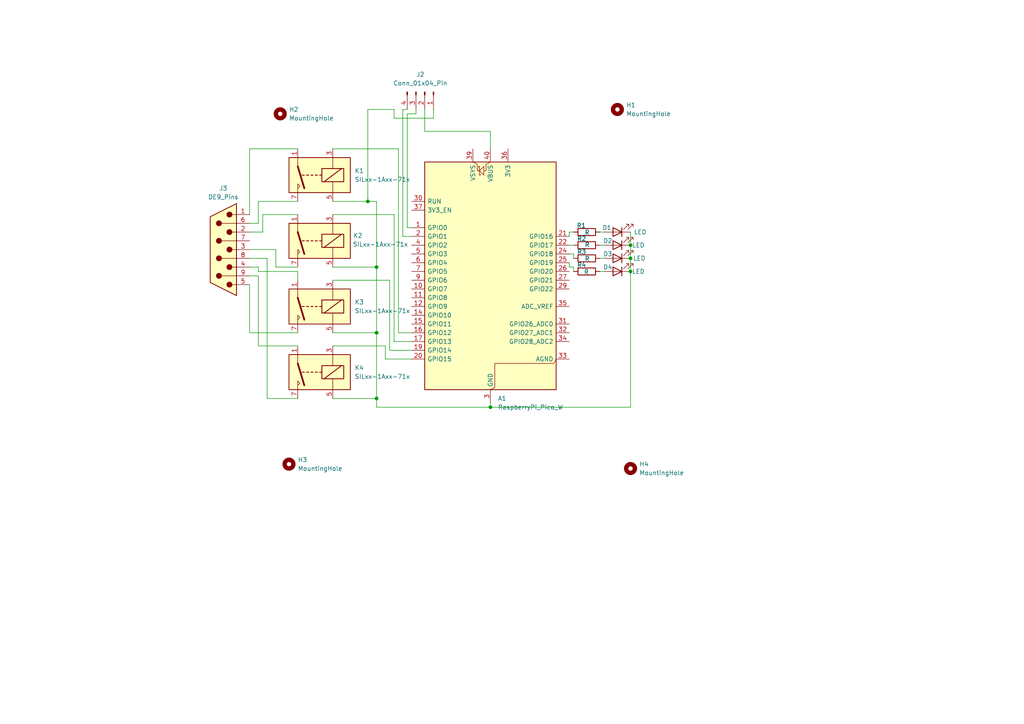
<source format=kicad_sch>
(kicad_sch (version 20250114) (generator "eeschema") (generator_version "9.0")
  (paper "A4")
  (lib_symbols
    (symbol "Connector:Conn_01x04_Pin" (pin_names (offset 1.016) (hide yes))
      (property "Reference" "J" (at 0 5.08 0))
      (property "Value" "Conn_01x04_Pin" (at 0 -7.62 0))
      (symbol "Conn_01x04_Pin_1_1"
        (rectangle (start 0.8636 2.667) (end 0 2.413) (stroke (width 0.1524)) (fill (type outline)))
        (rectangle (start 0.8636 0.127) (end 0 -0.127) (stroke (width 0.1524)) (fill (type outline)))
        (rectangle (start 0.8636 -2.413) (end 0 -2.667) (stroke (width 0.1524)) (fill (type outline)))
        (rectangle (start 0.8636 -4.953) (end 0 -5.207) (stroke (width 0.1524)) (fill (type outline)))
        (polyline (pts (xy 1.27 2.54) (xy 0.8636 2.54)) (stroke (width 0.1524)))
        (polyline (pts (xy 1.27 0) (xy 0.8636 0)) (stroke (width 0.1524)))
        (polyline (pts (xy 1.27 -2.54) (xy 0.8636 -2.54)) (stroke (width 0.1524)))
        (polyline (pts (xy 1.27 -5.08) (xy 0.8636 -5.08)) (stroke (width 0.1524)))
        (pin passive line (at 5.08 2.54 180) (length 3.81) (name "Pin_1") (number "1"))
        (pin passive line (at 5.08 0 180) (length 3.81) (name "Pin_2") (number "2"))
        (pin passive line (at 5.08 -2.54 180) (length 3.81) (name "Pin_3") (number "3"))
        (pin passive line (at 5.08 -5.08 180) (length 3.81) (name "Pin_4") (number "4"))
      )
    )
    (symbol "Connector:DE9_Pins" (pin_names (offset 1.016) (hide yes))
      (property "Reference" "J" (at 0 13.97 0))
      (property "Value" "DE9_Pins" (at 0 -14.605 0))
      (symbol "DE9_Pins_0_1"
        (polyline (pts (xy -3.81 10.16) (xy -2.54 10.16)))
        (polyline (pts (xy -3.81 7.62) (xy 0.508 7.62)))
        (polyline (pts (xy -3.81 5.08) (xy -2.54 5.08)))
        (polyline (pts (xy -3.81 2.54) (xy 0.508 2.54)))
        (polyline (pts (xy -3.81 0) (xy -2.54 0)))
        (polyline (pts (xy -3.81 -2.54) (xy 0.508 -2.54)))
        (polyline (pts (xy -3.81 -5.08) (xy -2.54 -5.08)))
        (polyline (pts (xy -3.81 -7.62) (xy 0.508 -7.62)))
        (polyline (pts (xy -3.81 -10.16) (xy -2.54 -10.16)))
        (polyline (pts (xy -3.81 -13.335) (xy -3.81 13.335) (xy 3.81 9.525) (xy 3.81 -9.525) (xy -3.81 -13.335)) (stroke (width 0.254)) (fill (type background)))
        (circle (center -1.778 10.16) (radius 0.762) (fill (type outline)))
        (circle (center -1.778 5.08) (radius 0.762) (fill (type outline)))
        (circle (center -1.778 0) (radius 0.762) (fill (type outline)))
        (circle (center -1.778 -5.08) (radius 0.762) (fill (type outline)))
        (circle (center -1.778 -10.16) (radius 0.762) (fill (type outline)))
        (circle (center 1.27 7.62) (radius 0.762) (fill (type outline)))
        (circle (center 1.27 2.54) (radius 0.762) (fill (type outline)))
        (circle (center 1.27 -2.54) (radius 0.762) (fill (type outline)))
        (circle (center 1.27 -7.62) (radius 0.762) (fill (type outline)))
      )
      (symbol "DE9_Pins_1_1"
        (pin passive line (at -7.62 10.16 0) (length 3.81) (name "5") (number "5"))
        (pin passive line (at -7.62 7.62 0) (length 3.81) (name "9") (number "9"))
        (pin passive line (at -7.62 5.08 0) (length 3.81) (name "4") (number "4"))
        (pin passive line (at -7.62 2.54 0) (length 3.81) (name "8") (number "8"))
        (pin passive line (at -7.62 0 0) (length 3.81) (name "3") (number "3"))
        (pin passive line (at -7.62 -2.54 0) (length 3.81) (name "7") (number "7"))
        (pin passive line (at -7.62 -5.08 0) (length 3.81) (name "2") (number "2"))
        (pin passive line (at -7.62 -7.62 0) (length 3.81) (name "6") (number "6"))
        (pin passive line (at -7.62 -10.16 0) (length 3.81) (name "1") (number "1"))
      )
    )
    (symbol "Device:LED" (pin_numbers (hide yes)) (pin_names (offset 1.016) (hide yes))
      (property "Reference" "D" (at 0 2.54 0))
      (property "Value" "LED" (at 0 -2.54 0))
      (symbol "LED_0_1"
        (polyline (pts (xy -3.048 -0.762) (xy -4.572 -2.286) (xy -3.81 -2.286) (xy -4.572 -2.286) (xy -4.572 -1.524)))
        (polyline (pts (xy -1.778 -0.762) (xy -3.302 -2.286) (xy -2.54 -2.286) (xy -3.302 -2.286) (xy -3.302 -1.524)))
        (polyline (pts (xy -1.27 0) (xy 1.27 0)))
        (polyline (pts (xy -1.27 -1.27) (xy -1.27 1.27)) (stroke (width 0.254)))
        (polyline (pts (xy 1.27 -1.27) (xy 1.27 1.27) (xy -1.27 0) (xy 1.27 -1.27)) (stroke (width 0.254)))
      )
      (symbol "LED_1_1"
        (pin passive line (at -3.81 0 0) (length 2.54) (name "K") (number "1"))
        (pin passive line (at 3.81 0 180) (length 2.54) (name "A") (number "2"))
      )
    )
    (symbol "Device:R" (pin_numbers (hide yes)) (pin_names (offset 0))
      (property "Reference" "R" (at 2.032 0 90))
      (property "Value" "R" (at 0 0 90))
      (symbol "R_0_1"
        (rectangle (start -1.016 -2.54) (end 1.016 2.54) (stroke (width 0.254)))
      )
      (symbol "R_1_1"
        (pin passive line (at 0 3.81 270) (length 1.27) (name "~") (number "1"))
        (pin passive line (at 0 -3.81 90) (length 1.27) (name "~") (number "2"))
      )
    )
    (symbol "MCU_Module:RaspberryPi_Pico_W" (pin_names (offset 0.762))
      (property "Reference" "A" (at -19.05 35.56 0))
      (property "Value" "RaspberryPi_Pico_W" (at 7.62 35.56 0))
      (symbol "RaspberryPi_Pico_W_0_1"
        (rectangle (start -19.05 34.29) (end 19.05 -31.75) (stroke (width 0.254)) (fill (type background)))
        (polyline (pts (xy -5.08 34.29) (xy -3.81 33.655) (xy -3.81 31.75) (xy -3.175 31.75)))
        (polyline (pts (xy -3.429 32.766) (xy -3.429 33.02) (xy -3.175 33.02) (xy -3.175 30.48) (xy -2.921 30.48) (xy -2.921 30.734)))
        (polyline (pts (xy -3.175 31.75) (xy -1.905 33.02) (xy -1.905 30.48) (xy -3.175 31.75)))
        (polyline (pts (xy 0 34.29) (xy -1.27 33.655) (xy -1.27 31.75) (xy -1.905 31.75)))
        (polyline (pts (xy 0 -31.75) (xy 1.27 -31.115) (xy 1.27 -24.13) (xy 18.415 -24.13) (xy 19.05 -22.86)))
      )
      (symbol "RaspberryPi_Pico_W_1_1"
        (pin passive line (at -22.86 22.86 0) (length 3.81) (name "RUN") (number "30"))
        (pin passive line (at -22.86 20.32 0) (length 3.81) (name "3V3_EN") (number "37"))
        (pin bidirectional line (at -22.86 15.24 0) (length 3.81) (name "GPIO0") (number "1"))
        (pin bidirectional line (at -22.86 12.7 0) (length 3.81) (name "GPIO1") (number "2"))
        (pin bidirectional line (at -22.86 10.16 0) (length 3.81) (name "GPIO2") (number "4"))
        (pin bidirectional line (at -22.86 7.62 0) (length 3.81) (name "GPIO3") (number "5"))
        (pin bidirectional line (at -22.86 5.08 0) (length 3.81) (name "GPIO4") (number "6"))
        (pin bidirectional line (at -22.86 2.54 0) (length 3.81) (name "GPIO5") (number "7"))
        (pin bidirectional line (at -22.86 0 0) (length 3.81) (name "GPIO6") (number "9"))
        (pin bidirectional line (at -22.86 -2.54 0) (length 3.81) (name "GPIO7") (number "10"))
        (pin bidirectional line (at -22.86 -5.08 0) (length 3.81) (name "GPIO8") (number "11"))
        (pin bidirectional line (at -22.86 -7.62 0) (length 3.81) (name "GPIO9") (number "12"))
        (pin bidirectional line (at -22.86 -10.16 0) (length 3.81) (name "GPIO10") (number "14"))
        (pin bidirectional line (at -22.86 -12.7 0) (length 3.81) (name "GPIO11") (number "15"))
        (pin bidirectional line (at -22.86 -15.24 0) (length 3.81) (name "GPIO12") (number "16"))
        (pin bidirectional line (at -22.86 -17.78 0) (length 3.81) (name "GPIO13") (number "17"))
        (pin bidirectional line (at -22.86 -20.32 0) (length 3.81) (name "GPIO14") (number "19"))
        (pin bidirectional line (at -22.86 -22.86 0) (length 3.81) (name "GPIO15") (number "20"))
        (pin power_in line (at -5.08 38.1 270) (length 3.81) (name "VSYS") (number "39"))
        (pin power_out line (at 0 38.1 270) (length 3.81) (name "VBUS") (number "40"))
        (pin passive line (at 0 -35.56 90) (length 3.81) (hide yes) (name "GND") (number "13"))
        (pin passive line (at 0 -35.56 90) (length 3.81) (hide yes) (name "GND") (number "18"))
        (pin passive line (at 0 -35.56 90) (length 3.81) (hide yes) (name "GND") (number "23"))
        (pin passive line (at 0 -35.56 90) (length 3.81) (hide yes) (name "GND") (number "28"))
        (pin power_out line (at 0 -35.56 90) (length 3.81) (name "GND") (number "3"))
        (pin passive line (at 0 -35.56 90) (length 3.81) (hide yes) (name "GND") (number "38"))
        (pin passive line (at 0 -35.56 90) (length 3.81) (hide yes) (name "GND") (number "8"))
        (pin power_out line (at 5.08 38.1 270) (length 3.81) (name "3V3") (number "36"))
        (pin bidirectional line (at 22.86 12.7 180) (length 3.81) (name "GPIO16") (number "21"))
        (pin bidirectional line (at 22.86 10.16 180) (length 3.81) (name "GPIO17") (number "22"))
        (pin bidirectional line (at 22.86 7.62 180) (length 3.81) (name "GPIO18") (number "24"))
        (pin bidirectional line (at 22.86 5.08 180) (length 3.81) (name "GPIO19") (number "25"))
        (pin bidirectional line (at 22.86 2.54 180) (length 3.81) (name "GPIO20") (number "26"))
        (pin bidirectional line (at 22.86 0 180) (length 3.81) (name "GPIO21") (number "27"))
        (pin bidirectional line (at 22.86 -2.54 180) (length 3.81) (name "GPIO22") (number "29"))
        (pin power_in line (at 22.86 -7.62 180) (length 3.81) (name "ADC_VREF") (number "35"))
        (pin bidirectional line (at 22.86 -12.7 180) (length 3.81) (name "GPIO26_ADC0") (number "31"))
        (pin bidirectional line (at 22.86 -15.24 180) (length 3.81) (name "GPIO27_ADC1") (number "32"))
        (pin bidirectional line (at 22.86 -17.78 180) (length 3.81) (name "GPIO28_ADC2") (number "34"))
        (pin power_out line (at 22.86 -22.86 180) (length 3.81) (name "AGND") (number "33"))
      )
    )
    (symbol "Mechanical:MountingHole" (pin_names (offset 1.016)) (in_bom no)
      (property "Reference" "H" (at 0 5.08 0))
      (property "Value" "MountingHole" (at 0 3.175 0))
      (symbol "MountingHole_0_1"
        (circle (center 0 0) (radius 1.27) (stroke (width 1.27)))
      )
    )
    (symbol "Relay:SILxx-1Axx-71x"
      (property "Reference" "K" (at 8.89 3.81 0))
      (property "Value" "SILxx-1Axx-71x" (at 8.89 1.27 0))
      (symbol "SILxx-1Axx-71x_0_0"
        (polyline (pts (xy 5.08 5.08) (xy 5.08 2.54) (xy 4.445 3.175) (xy 5.08 3.81)))
      )
      (symbol "SILxx-1Axx-71x_0_1"
        (rectangle (start -10.16 5.08) (end 7.62 -5.08) (stroke (width 0.254)) (fill (type background)))
        (rectangle (start -8.255 1.905) (end -1.905 -1.905) (stroke (width 0.254)))
        (polyline (pts (xy -7.62 -1.905) (xy -2.54 1.905)) (stroke (width 0.254)))
        (polyline (pts (xy -5.08 5.08) (xy -5.08 1.905)))
        (polyline (pts (xy -5.08 -5.08) (xy -5.08 -1.905)))
        (polyline (pts (xy -1.905 0) (xy -1.27 0)) (stroke (width 0.254)))
        (polyline (pts (xy -0.635 0) (xy 0 0)) (stroke (width 0.254)))
        (polyline (pts (xy 0.635 0) (xy 1.27 0)) (stroke (width 0.254)))
        (polyline (pts (xy 1.905 0) (xy 2.54 0)) (stroke (width 0.254)))
        (polyline (pts (xy 3.175 0) (xy 3.81 0)) (stroke (width 0.254)))
        (polyline (pts (xy 5.08 -2.54) (xy 3.175 3.81)) (stroke (width 0.508)))
        (polyline (pts (xy 5.08 -2.54) (xy 5.08 -5.08)))
      )
      (symbol "SILxx-1Axx-71x_1_1"
        (pin passive line (at -5.08 7.62 270) (length 2.54) (name "~") (number "5"))
        (pin passive line (at -5.08 -7.62 90) (length 2.54) (name "~") (number "3"))
        (pin passive line (at 5.08 7.62 270) (length 2.54) (name "~") (number "7"))
        (pin passive line (at 5.08 -7.62 90) (length 2.54) (name "~") (number "1"))
      )
    )
  )
  (junction (at 106.68 58.42))
  (junction (at 109.22 96.52))
  (junction (at 182.88 71.12))
  (junction (at 109.22 77.47))
  (junction (at 182.88 74.93))
  (junction (at 182.88 78.74))
  (junction (at 109.22 115.57))
  (junction (at 142.24 118.11))
  (wire (pts (xy 109.22 77.47) (xy 109.22 96.52)))
  (wire (pts (xy 77.47 115.57) (xy 77.47 74.93)))
  (wire (pts (xy 109.22 118.11) (xy 142.24 118.11)))
  (wire (pts (xy 120.65 33.02) (xy 120.65 31.75)))
  (wire (pts (xy 166.37 74.93) (xy 166.37 73.66)))
  (wire (pts (xy 86.36 58.42) (xy 74.93 58.42)))
  (wire (pts (xy 74.93 78.74) (xy 74.93 77.47)))
  (wire (pts (xy 106.68 58.42) (xy 109.22 58.42)))
  (wire (pts (xy 96.52 100.33) (xy 111.76 100.33)))
  (wire (pts (xy 118.11 33.02) (xy 120.65 33.02)))
  (wire (pts (xy 80.01 77.47) (xy 80.01 72.39)))
  (wire (pts (xy 106.68 31.75) (xy 106.68 58.42)))
  (wire (pts (xy 96.52 115.57) (xy 109.22 115.57)))
  (wire (pts (xy 115.57 96.52) (xy 119.38 96.52)))
  (wire (pts (xy 86.36 43.18) (xy 72.39 43.18)))
  (wire (pts (xy 165.1 67.31) (xy 165.1 68.58)))
  (wire (pts (xy 118.11 66.04) (xy 118.11 33.02)))
  (wire (pts (xy 86.36 96.52) (xy 72.39 96.52)))
  (wire (pts (xy 77.47 74.93) (xy 72.39 74.93)))
  (wire (pts (xy 86.36 77.47) (xy 80.01 77.47)))
  (wire (pts (xy 165.1 67.31) (xy 166.37 67.31)))
  (wire (pts (xy 113.03 81.28) (xy 113.03 101.6)))
  (wire (pts (xy 111.76 100.33) (xy 111.76 104.14)))
  (wire (pts (xy 116.84 31.75) (xy 118.11 31.75)))
  (wire (pts (xy 123.19 31.75) (xy 123.19 38.1)))
  (wire (pts (xy 74.93 64.77) (xy 72.39 64.77)))
  (wire (pts (xy 116.84 68.58) (xy 116.84 31.75)))
  (wire (pts (xy 76.2 62.23) (xy 76.2 67.31)))
  (wire (pts (xy 74.93 80.01) (xy 72.39 80.01)))
  (wire (pts (xy 182.88 67.31) (xy 182.88 71.12)))
  (wire (pts (xy 182.88 74.93) (xy 182.88 78.74)))
  (wire (pts (xy 114.3 31.75) (xy 114.3 34.29)))
  (wire (pts (xy 166.37 71.12) (xy 165.1 71.12)))
  (wire (pts (xy 142.24 118.11) (xy 142.24 116.84)))
  (wire (pts (xy 80.01 72.39) (xy 72.39 72.39)))
  (wire (pts (xy 173.99 74.93) (xy 175.26 74.93)))
  (wire (pts (xy 123.19 38.1) (xy 142.24 38.1)))
  (wire (pts (xy 109.22 58.42) (xy 109.22 77.47)))
  (wire (pts (xy 182.88 118.11) (xy 142.24 118.11)))
  (wire (pts (xy 86.36 81.28) (xy 86.36 78.74)))
  (wire (pts (xy 182.88 71.12) (xy 182.88 74.93)))
  (wire (pts (xy 106.68 31.75) (xy 114.3 31.75)))
  (wire (pts (xy 173.99 71.12) (xy 175.26 71.12)))
  (wire (pts (xy 109.22 115.57) (xy 109.22 118.11)))
  (wire (pts (xy 96.52 43.18) (xy 115.57 43.18)))
  (wire (pts (xy 182.88 78.74) (xy 182.88 118.11)))
  (wire (pts (xy 113.03 101.6) (xy 119.38 101.6)))
  (wire (pts (xy 165.1 73.66) (xy 166.37 73.66)))
  (wire (pts (xy 166.37 77.47) (xy 165.1 77.47)))
  (wire (pts (xy 119.38 66.04) (xy 118.11 66.04)))
  (wire (pts (xy 72.39 96.52) (xy 72.39 82.55)))
  (wire (pts (xy 74.93 100.33) (xy 74.93 80.01)))
  (wire (pts (xy 96.52 96.52) (xy 109.22 96.52)))
  (wire (pts (xy 86.36 115.57) (xy 77.47 115.57)))
  (wire (pts (xy 74.93 58.42) (xy 74.93 64.77)))
  (wire (pts (xy 96.52 58.42) (xy 106.68 58.42)))
  (wire (pts (xy 86.36 78.74) (xy 74.93 78.74)))
  (wire (pts (xy 96.52 77.47) (xy 109.22 77.47)))
  (wire (pts (xy 173.99 78.74) (xy 175.26 78.74)))
  (wire (pts (xy 72.39 43.18) (xy 72.39 62.23)))
  (wire (pts (xy 165.1 77.47) (xy 165.1 76.2)))
  (wire (pts (xy 96.52 62.23) (xy 114.3 62.23)))
  (wire (pts (xy 74.93 77.47) (xy 72.39 77.47)))
  (wire (pts (xy 96.52 81.28) (xy 113.03 81.28)))
  (wire (pts (xy 72.39 67.31) (xy 76.2 67.31)))
  (wire (pts (xy 109.22 96.52) (xy 109.22 115.57)))
  (wire (pts (xy 111.76 104.14) (xy 119.38 104.14)))
  (wire (pts (xy 114.3 34.29) (xy 125.73 34.29)))
  (wire (pts (xy 86.36 100.33) (xy 74.93 100.33)))
  (wire (pts (xy 173.99 67.31) (xy 175.26 67.31)))
  (wire (pts (xy 116.84 68.58) (xy 119.38 68.58)))
  (wire (pts (xy 125.73 34.29) (xy 125.73 31.75)))
  (wire (pts (xy 114.3 62.23) (xy 114.3 99.06)))
  (wire (pts (xy 86.36 62.23) (xy 76.2 62.23)))
  (wire (pts (xy 115.57 43.18) (xy 115.57 96.52)))
  (wire (pts (xy 166.37 78.74) (xy 166.37 77.47)))
  (wire (pts (xy 114.3 99.06) (xy 119.38 99.06)))
  (wire (pts (xy 142.24 38.1) (xy 142.24 43.18)))
  (symbol (lib_id "Device:R") (at 170.18 74.93 90) (unit 1)
    (property "Reference" "R3" (at 170.053 73.025 90) (effects (justify left)))
    (property "Value" "R" (at 171.069 75.057 90) (effects (justify left)))
    (property "Footprint" "Resistor_THT:R_Axial_DIN0207_L6.3mm_D2.5mm_P7.62mm_Horizontal" (effects (hide yes)))
    (property "Description" "Resistor" (effects (hide yes)))
  )
  (symbol (lib_id "Device:LED") (at 179.07 78.74 180) (unit 1)
    (property "Reference" "D4" (at 176.276 77.47 0))
    (property "Value" "LED" (at 185.166 78.74 0))
    (property "Footprint" "LED_THT:LED_D5.0mm_Clear" (effects (hide yes)))
    (property "Description" "Light emitting diode" (effects (hide yes)))
    (property "Sim.Pins" "1=K 2=A" (effects (hide yes)))
  )
  (symbol (lib_id "Relay:SILxx-1Axx-71x") (at 91.44 107.95 180) (unit 1)
    (property "Reference" "K4" (at 102.87 106.6799 0) (effects (justify right)))
    (property "Value" "SILxx-1Axx-71x" (at 102.87 109.2199 0) (effects (justify right)))
    (property "Footprint" "Relay_THT:Relay_SPST_StandexMeder_SIL_Form1A" (effects (hide yes)))
    (property "Datasheet" "https://standexelectronics.com/wp-content/uploads/datasheet_reed_relay_SIL.pdf" (effects (hide yes)))
    (property "Description" "Standex Meder SIL reed relay, SPST, Closing Contact" (effects (hide yes)))
  )
  (symbol (lib_id "Device:LED") (at 179.07 71.12 180) (unit 1)
    (property "Reference" "D2" (at 176.276 69.85 0))
    (property "Value" "LED" (at 185.166 71.12 0))
    (property "Footprint" "LED_THT:LED_D5.0mm_Clear" (effects (hide yes)))
    (property "Description" "Light emitting diode" (effects (hide yes)))
    (property "Sim.Pins" "1=K 2=A" (effects (hide yes)))
  )
  (symbol (lib_id "MCU_Module:RaspberryPi_Pico_W") (at 142.24 81.28 0) (unit 1)
    (property "Reference" "A1" (at 144.3833 115.57 0) (effects (justify left)))
    (property "Value" "RaspberryPi_Pico_W" (at 144.3833 118.11 0) (effects (justify left)))
    (property "Footprint" "Module:RaspberryPi_Pico_Common_THT" (effects (hide yes)))
    (property "Datasheet" "https://datasheets.raspberrypi.com/picow/pico-w-datasheet.pdf" (effects (hide yes)))
    (property "Description" "Versatile and inexpensive wireless microcontroller module powered by RP2040 dual-core Arm Cortex-M0+ processor up to 133 MHz, 264kB SRAM, 2MB QSPI flash, Infineon CYW43439 2.4GHz 802.11n wireless LAN; also supports Raspberry Pi Pico 2 W" (effects (hide yes)))
  )
  (symbol (lib_id "Mechanical:MountingHole") (at 179.07 31.75 0) (unit 1) (in_bom no)
    (property "Reference" "H1" (at 181.61 30.4799 0) (effects (justify left)))
    (property "Value" "MountingHole" (at 181.61 33.0199 0) (effects (justify left)))
    (property "Footprint" "MountingHole:MountingHole_3.2mm_M3" (effects (hide yes)))
    (property "Description" "Mounting Hole without connection" (effects (hide yes)))
  )
  (symbol (lib_id "Mechanical:MountingHole") (at 83.82 134.62 0) (unit 1) (in_bom no)
    (property "Reference" "H3" (at 86.36 133.3499 0) (effects (justify left)))
    (property "Value" "MountingHole" (at 86.36 135.8899 0) (effects (justify left)))
    (property "Footprint" "MountingHole:MountingHole_3.2mm_M3" (effects (hide yes)))
    (property "Description" "Mounting Hole without connection" (effects (hide yes)))
  )
  (symbol (lib_id "Mechanical:MountingHole") (at 81.28 33.02 0) (unit 1) (in_bom no)
    (property "Reference" "H2" (at 83.82 31.7499 0) (effects (justify left)))
    (property "Value" "MountingHole" (at 83.82 34.2899 0) (effects (justify left)))
    (property "Footprint" "MountingHole:MountingHole_3.2mm_M3" (effects (hide yes)))
    (property "Description" "Mounting Hole without connection" (effects (hide yes)))
  )
  (symbol (lib_id "Relay:SILxx-1Axx-71x") (at 91.44 88.9 180) (unit 1)
    (property "Reference" "K3" (at 102.87 87.6299 0) (effects (justify right)))
    (property "Value" "SILxx-1Axx-71x" (at 102.87 90.1699 0) (effects (justify right)))
    (property "Footprint" "Relay_THT:Relay_SPST_StandexMeder_SIL_Form1A" (effects (hide yes)))
    (property "Datasheet" "https://standexelectronics.com/wp-content/uploads/datasheet_reed_relay_SIL.pdf" (effects (hide yes)))
    (property "Description" "Standex Meder SIL reed relay, SPST, Closing Contact" (effects (hide yes)))
  )
  (symbol (lib_id "Device:R") (at 170.18 67.31 90) (unit 1)
    (property "Reference" "R1" (at 167.259 65.405 90) (effects (justify right)))
    (property "Value" "R" (at 169.545 67.437 90) (effects (justify right)))
    (property "Footprint" "Resistor_THT:R_Axial_DIN0207_L6.3mm_D2.5mm_P7.62mm_Horizontal" (effects (hide yes)))
    (property "Description" "Resistor" (effects (hide yes)))
  )
  (symbol (lib_id "Connector:Conn_01x04_Pin") (at 123.19 26.67 270) (unit 1)
    (property "Reference" "J2" (at 121.92 21.59 90))
    (property "Value" "Conn_01x04_Pin" (at 121.92 24.13 90))
    (property "Footprint" "Connector_PinHeader_2.54mm:PinHeader_1x04_P2.54mm_Horizontal" (effects (hide yes)))
    (property "Description" "Generic connector, single row, 01x04, script generated" (effects (hide yes)))
  )
  (symbol (lib_id "Mechanical:MountingHole") (at 182.88 135.89 0) (unit 1) (in_bom no)
    (property "Reference" "H4" (at 185.42 134.6199 0) (effects (justify left)))
    (property "Value" "MountingHole" (at 185.42 137.1599 0) (effects (justify left)))
    (property "Footprint" "MountingHole:MountingHole_3.2mm_M3" (effects (hide yes)))
    (property "Description" "Mounting Hole without connection" (effects (hide yes)))
  )
  (symbol (lib_id "Connector:DE9_Pins") (at 64.77 72.39 180) (unit 1)
    (property "Reference" "J3" (at 64.77 54.61 0))
    (property "Value" "DE9_Pins" (at 64.77 57.15 0))
    (property "Footprint" "Connector_Dsub:DSUB-9_Pins_Vertical_P2.77x2.84mm" (effects (hide yes)))
    (property "Description" "9-pin D-SUB connector, pins (male)" (effects (hide yes)))
  )
  (symbol (lib_id "Device:LED") (at 179.07 67.31 180) (unit 1)
    (property "Reference" "D1" (at 176.022 66.04 0))
    (property "Value" "LED" (at 185.674 67.31 0))
    (property "Footprint" "LED_THT:LED_D5.0mm_Clear" (effects (hide yes)))
    (property "Description" "Light emitting diode" (effects (hide yes)))
    (property "Sim.Pins" "1=K 2=A" (effects (hide yes)))
  )
  (symbol (lib_id "Device:R") (at 170.18 71.12 90) (unit 1)
    (property "Reference" "R2" (at 170.053 69.215 90) (effects (justify left)))
    (property "Value" "R" (at 171.069 70.993 90) (effects (justify left)))
    (property "Footprint" "Resistor_THT:R_Axial_DIN0207_L6.3mm_D2.5mm_P7.62mm_Horizontal" (effects (hide yes)))
    (property "Description" "Resistor" (effects (hide yes)))
  )
  (symbol (lib_id "Relay:SILxx-1Axx-71x") (at 91.44 50.8 180) (unit 1)
    (property "Reference" "K1" (at 102.87 49.5299 0) (effects (justify right)))
    (property "Value" "SILxx-1Axx-71x" (at 102.87 52.0699 0) (effects (justify right)))
    (property "Footprint" "Relay_THT:Relay_SPST_StandexMeder_SIL_Form1A" (effects (hide yes)))
    (property "Datasheet" "https://standexelectronics.com/wp-content/uploads/datasheet_reed_relay_SIL.pdf" (effects (hide yes)))
    (property "Description" "Standex Meder SIL reed relay, SPST, Closing Contact" (effects (hide yes)))
  )
  (symbol (lib_id "Device:R") (at 170.18 78.74 90) (unit 1)
    (property "Reference" "R4" (at 170.053 76.835 90) (effects (justify left)))
    (property "Value" "R" (at 170.815 78.867 90) (effects (justify left)))
    (property "Footprint" "Resistor_THT:R_Axial_DIN0207_L6.3mm_D2.5mm_P7.62mm_Horizontal" (effects (hide yes)))
    (property "Description" "Resistor" (effects (hide yes)))
  )
  (symbol (lib_id "Relay:SILxx-1Axx-71x") (at 91.44 69.85 180) (unit 1)
    (property "Reference" "K2" (at 105.156 68.326 0) (effects (justify left)))
    (property "Value" "SILxx-1Axx-71x" (at 118.364 70.866 0) (effects (justify left)))
    (property "Footprint" "Relay_THT:Relay_SPST_StandexMeder_SIL_Form1A" (effects (hide yes)))
    (property "Datasheet" "https://standexelectronics.com/wp-content/uploads/datasheet_reed_relay_SIL.pdf" (effects (hide yes)))
    (property "Description" "Standex Meder SIL reed relay, SPST, Closing Contact" (effects (hide yes)))
  )
  (symbol (lib_id "Device:LED") (at 179.07 74.93 180) (unit 1)
    (property "Reference" "D3" (at 176.276 73.66 0))
    (property "Value" "LED" (at 185.42 74.93 0))
    (property "Footprint" "LED_THT:LED_D5.0mm_Clear" (effects (hide yes)))
    (property "Description" "Light emitting diode" (effects (hide yes)))
    (property "Sim.Pins" "1=K 2=A" (effects (hide yes)))
  )
)
</source>
